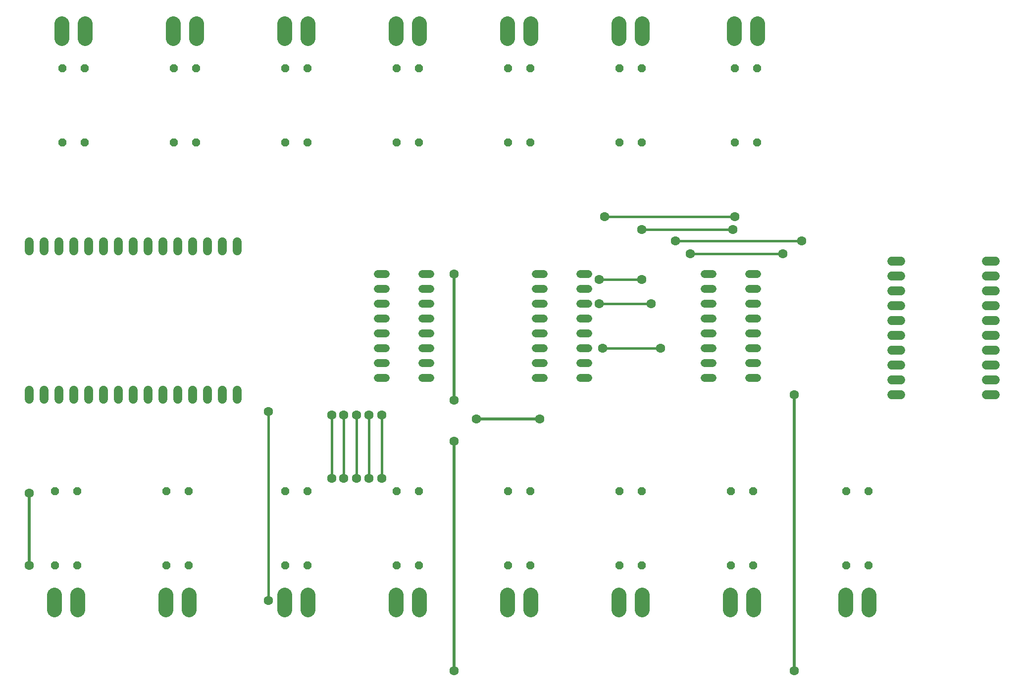
<source format=gbr>
G04 EAGLE Gerber RS-274X export*
G75*
%MOMM*%
%FSLAX34Y34*%
%LPD*%
%INTop Copper*%
%IPPOS*%
%AMOC8*
5,1,8,0,0,1.08239X$1,22.5*%
G01*
%ADD10C,1.524000*%
%ADD11P,1.429621X8X292.500000*%
%ADD12C,2.550000*%
%ADD13C,1.320800*%
%ADD14C,1.600000*%
%ADD15C,0.400000*%
%ADD16C,0.500000*%


D10*
X431800Y760095D02*
X431800Y744855D01*
X406400Y744855D02*
X406400Y760095D01*
X381000Y760095D02*
X381000Y744855D01*
X355600Y744855D02*
X355600Y760095D01*
X330200Y760095D02*
X330200Y744855D01*
X304800Y744855D02*
X304800Y760095D01*
X279400Y760095D02*
X279400Y744855D01*
X254000Y744855D02*
X254000Y760095D01*
X228600Y760095D02*
X228600Y744855D01*
X203200Y744855D02*
X203200Y760095D01*
X177800Y760095D02*
X177800Y744855D01*
X152400Y744855D02*
X152400Y760095D01*
X127000Y760095D02*
X127000Y744855D01*
X101600Y744855D02*
X101600Y760095D01*
X76200Y760095D02*
X76200Y744855D01*
D11*
X158750Y333375D03*
X158750Y206375D03*
X120650Y333375D03*
X120650Y206375D03*
D10*
X1713230Y498475D02*
X1728470Y498475D01*
X1728470Y523875D02*
X1713230Y523875D01*
X1713230Y549275D02*
X1728470Y549275D01*
X1728470Y574675D02*
X1713230Y574675D01*
X1713230Y600075D02*
X1728470Y600075D01*
X1728470Y625475D02*
X1713230Y625475D01*
X1713230Y650875D02*
X1728470Y650875D01*
X1728470Y676275D02*
X1713230Y676275D01*
X1713230Y701675D02*
X1728470Y701675D01*
X1728470Y727075D02*
X1713230Y727075D01*
X1566545Y498475D02*
X1551305Y498475D01*
X1551305Y523875D02*
X1566545Y523875D01*
X1566545Y549275D02*
X1551305Y549275D01*
X1551305Y574675D02*
X1566545Y574675D01*
X1566545Y600075D02*
X1551305Y600075D01*
X1551305Y625475D02*
X1566545Y625475D01*
X1566545Y650875D02*
X1551305Y650875D01*
X1551305Y676275D02*
X1566545Y676275D01*
X1566545Y701675D02*
X1551305Y701675D01*
X1551305Y727075D02*
X1566545Y727075D01*
D11*
X349250Y333375D03*
X349250Y206375D03*
X311150Y333375D03*
X311150Y206375D03*
X552450Y333375D03*
X552450Y206375D03*
X514350Y333375D03*
X514350Y206375D03*
X742950Y333375D03*
X742950Y206375D03*
X704850Y333375D03*
X704850Y206375D03*
X933450Y333375D03*
X933450Y206375D03*
X895350Y333375D03*
X895350Y206375D03*
X1123950Y333375D03*
X1123950Y206375D03*
X1085850Y333375D03*
X1085850Y206375D03*
X1314450Y333375D03*
X1314450Y206375D03*
X1276350Y333375D03*
X1276350Y206375D03*
X1511300Y333375D03*
X1511300Y206375D03*
X1473200Y333375D03*
X1473200Y206375D03*
X1282700Y1057275D03*
X1282700Y930275D03*
X1123950Y1057275D03*
X1123950Y930275D03*
X1085850Y1057275D03*
X1085850Y930275D03*
X933450Y1057275D03*
X933450Y930275D03*
X895350Y1057275D03*
X895350Y930275D03*
X742950Y1057275D03*
X742950Y930275D03*
X704850Y1057275D03*
X704850Y930275D03*
X552450Y1057275D03*
X552450Y930275D03*
X361950Y1057275D03*
X361950Y930275D03*
X323850Y1057275D03*
X323850Y930275D03*
X133350Y1057275D03*
X133350Y930275D03*
X1320800Y1057275D03*
X1320800Y930275D03*
X514350Y1057275D03*
X514350Y930275D03*
D12*
X1281950Y1108025D02*
X1281950Y1133525D01*
X1321550Y1133525D02*
X1321550Y1108025D01*
X1085100Y1108025D02*
X1085100Y1133525D01*
X1124700Y1133525D02*
X1124700Y1108025D01*
X894600Y1108025D02*
X894600Y1133525D01*
X934200Y1133525D02*
X934200Y1108025D01*
X704100Y1108025D02*
X704100Y1133525D01*
X743700Y1133525D02*
X743700Y1108025D01*
X513600Y1108025D02*
X513600Y1133525D01*
X553200Y1133525D02*
X553200Y1108025D01*
X323100Y1108025D02*
X323100Y1133525D01*
X362700Y1133525D02*
X362700Y1108025D01*
X132600Y1108025D02*
X132600Y1133525D01*
X172200Y1133525D02*
X172200Y1108025D01*
X1472450Y155625D02*
X1472450Y130125D01*
X1512050Y130125D02*
X1512050Y155625D01*
X1275600Y155625D02*
X1275600Y130125D01*
X1315200Y130125D02*
X1315200Y155625D01*
X1085100Y155625D02*
X1085100Y130125D01*
X1124700Y130125D02*
X1124700Y155625D01*
X894600Y155625D02*
X894600Y130125D01*
X934200Y130125D02*
X934200Y155625D01*
X704100Y155625D02*
X704100Y130125D01*
X743700Y130125D02*
X743700Y155625D01*
X513600Y155625D02*
X513600Y130125D01*
X553200Y130125D02*
X553200Y155625D01*
X310400Y155625D02*
X310400Y130125D01*
X350000Y130125D02*
X350000Y155625D01*
X119900Y155625D02*
X119900Y130125D01*
X159500Y130125D02*
X159500Y155625D01*
D10*
X431800Y490855D02*
X431800Y506095D01*
X406400Y506095D02*
X406400Y490855D01*
X381000Y490855D02*
X381000Y506095D01*
X355600Y506095D02*
X355600Y490855D01*
X330200Y490855D02*
X330200Y506095D01*
X304800Y506095D02*
X304800Y490855D01*
X279400Y490855D02*
X279400Y506095D01*
X254000Y506095D02*
X254000Y490855D01*
X228600Y490855D02*
X228600Y506095D01*
X203200Y506095D02*
X203200Y490855D01*
X177800Y490855D02*
X177800Y506095D01*
X152400Y506095D02*
X152400Y490855D01*
X127000Y490855D02*
X127000Y506095D01*
X101600Y506095D02*
X101600Y490855D01*
X76200Y490855D02*
X76200Y506095D01*
D11*
X171450Y1057275D03*
X171450Y930275D03*
D13*
X749046Y704850D02*
X762254Y704850D01*
X762254Y679450D02*
X749046Y679450D01*
X749046Y552450D02*
X762254Y552450D01*
X762254Y527050D02*
X749046Y527050D01*
X749046Y654050D02*
X762254Y654050D01*
X762254Y628650D02*
X749046Y628650D01*
X749046Y577850D02*
X762254Y577850D01*
X762254Y603250D02*
X749046Y603250D01*
X686054Y527050D02*
X672846Y527050D01*
X672846Y552450D02*
X686054Y552450D01*
X686054Y577850D02*
X672846Y577850D01*
X672846Y603250D02*
X686054Y603250D01*
X686054Y628650D02*
X672846Y628650D01*
X672846Y654050D02*
X686054Y654050D01*
X686054Y679450D02*
X672846Y679450D01*
X672846Y704850D02*
X686054Y704850D01*
X942721Y527050D02*
X955929Y527050D01*
X955929Y552450D02*
X942721Y552450D01*
X942721Y679450D02*
X955929Y679450D01*
X955929Y704850D02*
X942721Y704850D01*
X942721Y577850D02*
X955929Y577850D01*
X955929Y603250D02*
X942721Y603250D01*
X942721Y654050D02*
X955929Y654050D01*
X955929Y628650D02*
X942721Y628650D01*
X1018921Y704850D02*
X1032129Y704850D01*
X1032129Y679450D02*
X1018921Y679450D01*
X1018921Y654050D02*
X1032129Y654050D01*
X1032129Y628650D02*
X1018921Y628650D01*
X1018921Y603250D02*
X1032129Y603250D01*
X1032129Y577850D02*
X1018921Y577850D01*
X1018921Y552450D02*
X1032129Y552450D01*
X1032129Y527050D02*
X1018921Y527050D01*
X1231646Y527050D02*
X1244854Y527050D01*
X1244854Y552450D02*
X1231646Y552450D01*
X1231646Y679450D02*
X1244854Y679450D01*
X1244854Y704850D02*
X1231646Y704850D01*
X1231646Y577850D02*
X1244854Y577850D01*
X1244854Y603250D02*
X1231646Y603250D01*
X1231646Y654050D02*
X1244854Y654050D01*
X1244854Y628650D02*
X1231646Y628650D01*
X1307846Y704850D02*
X1321054Y704850D01*
X1321054Y679450D02*
X1307846Y679450D01*
X1307846Y654050D02*
X1321054Y654050D01*
X1321054Y628650D02*
X1307846Y628650D01*
X1307846Y603250D02*
X1321054Y603250D01*
X1321054Y577850D02*
X1307846Y577850D01*
X1307846Y552450D02*
X1321054Y552450D01*
X1321054Y527050D02*
X1307846Y527050D01*
D14*
X679450Y355600D03*
D15*
X679450Y463550D01*
D14*
X679450Y463550D03*
X635811Y355600D03*
D15*
X635811Y463550D01*
D14*
X635811Y463550D03*
X593725Y355600D03*
D15*
X593725Y463550D01*
D14*
X593725Y463550D03*
X1050925Y695325D03*
D15*
X1123950Y695325D01*
D14*
X1123950Y695325D03*
X1050925Y654050D03*
D15*
X1139825Y654050D01*
D14*
X1139825Y654050D03*
X1057275Y577850D03*
X1155700Y577850D03*
D15*
X1057275Y577850D01*
D14*
X1181100Y762000D03*
D15*
X1397000Y762000D01*
D14*
X1397000Y762000D03*
X1206500Y739775D03*
X1365250Y739775D03*
D15*
X1206500Y739775D01*
D14*
X1279525Y781050D03*
D15*
X1123950Y781050D01*
D14*
X1123950Y781050D03*
X1282700Y803275D03*
D15*
X1060450Y803275D01*
D14*
X1060450Y803275D03*
X657225Y355600D03*
D15*
X657225Y463550D01*
D14*
X657225Y463550D03*
X485775Y469900D03*
D15*
X485775Y146050D01*
D14*
X485775Y146050D03*
X614397Y355600D03*
D15*
X614397Y463550D01*
D14*
X614397Y463550D03*
X76200Y330200D03*
D16*
X76200Y206375D01*
D14*
X76200Y206375D03*
X1384300Y25717D03*
D16*
X1384300Y498475D01*
D14*
X1384300Y498475D03*
X803275Y704850D03*
X803275Y25717D03*
D16*
X803275Y488950D02*
X803275Y704850D01*
D14*
X949325Y457200D03*
D16*
X803275Y419100D02*
X803275Y25717D01*
X841375Y457200D02*
X949325Y457200D01*
D14*
X841375Y457200D03*
X803275Y419100D03*
X803275Y488950D03*
M02*

</source>
